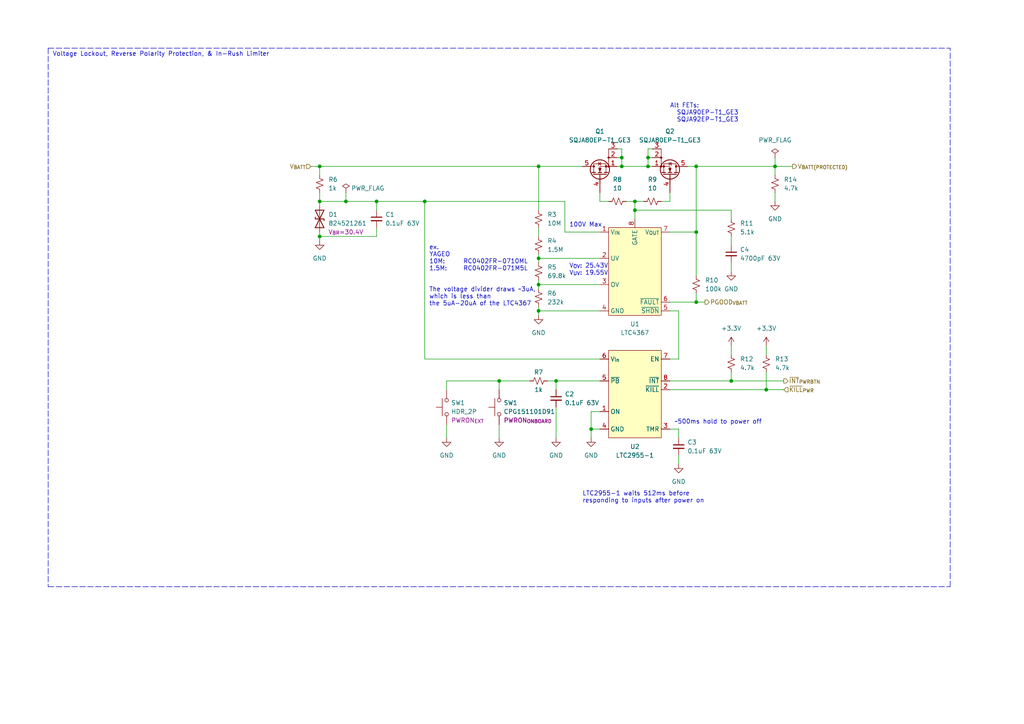
<source format=kicad_sch>
(kicad_sch (version 20230121) (generator eeschema)
  (paper "A4")
  (title_block (title "Control") (date "2023-02-21") (rev "1.0.0") (company "The A-Team (RC SSL)") (comment 1 "W. Stuckey & R. Osawa"))
  (lib_symbols
    (symbol "AT-PowerIC:LTC2955-1"
      (property "Reference" "U" (at 0 -13.97 0))
      (property "Value" "LTC2955-1" (at 0 13.97 0))
      (symbol "LTC2955-1_1_1"
        (rectangle (start -7.62 12.7) (end 7.62 -12.7) (fill (type background)))
        (pin input line (at -10.16 -5.08 0) (length 2.54) (name "ON") (number "1"))
        (pin input line (at 10.16 1.27 180) (length 2.54) (name "~{KILL}") (number "2"))
        (pin bidirectional line (at 10.16 -10.16 180) (length 2.54) (name "TMR") (number "3"))
        (pin power_in line (at -10.16 -10.16 0) (length 2.54) (name "GND") (number "4"))
        (pin input line (at -10.16 3.81 0) (length 2.54) (name "~{PB}") (number "5"))
        (pin power_in line (at -10.16 10.16 0) (length 2.54) (name "V_{in}") (number "6"))
        (pin power_out line (at 10.16 10.16 180) (length 2.54) (name "EN") (number "7"))
        (pin output line (at 10.16 3.81 180) (length 2.54) (name "~{INT}") (number "8"))
      )
    )
    (symbol "AT-PowerIC:LTC4367"
      (property "Reference" "U" (at 2.54 13.97 0))
      (property "Value" "LTC4367" (at 0 -15.24 0))
      (symbol "LTC4367_0_1"
        (rectangle (start -7.62 12.7) (end 7.62 -12.7) (stroke (width 0.1524)) (fill (type background)))
      )
      (symbol "LTC4367_1_1"
        (pin power_in line (at -10.16 11.43 0) (length 2.54) (name "V_{IN}") (number "1"))
        (pin input line (at -10.16 3.81 0) (length 2.54) (name "UV") (number "2"))
        (pin input line (at -10.16 -3.81 0) (length 2.54) (name "OV") (number "3"))
        (pin power_in line (at -10.16 -11.43 0) (length 2.54) (name "GND") (number "4"))
        (pin input line (at 10.16 -11.43 180) (length 2.54) (name "~{SHDN}") (number "5"))
        (pin open_collector line (at 10.16 -8.89 180) (length 2.54) (name "~{FAULT}") (number "6"))
        (pin input line (at 10.16 11.43 180) (length 2.54) (name "V_{OUT}") (number "7"))
        (pin output line (at 0 15.24 270) (length 2.54) (name "GATE") (number "8"))
      )
    )
    (symbol "AT-Transistors:Q_NMOS_SGD_PowerPAK" (pin_names (offset 0) hide)
      (property "Reference" "Q" (at 5.08 1.27 0))
      (property "Value" "Q_NMOS_SGD_PowerPAK" (at 5.08 -1.27 0))
      (symbol "Q_NMOS_SGD_PowerPAK_0_1"
        (polyline (pts (xy 0.254 0) (xy -2.54 0)))
        (polyline (pts (xy 0.254 1.905) (xy 0.254 -1.905)) (stroke (width 0.254)))
        (polyline (pts (xy 0.762 -1.27) (xy 0.762 -2.286)) (stroke (width 0.254)))
        (polyline (pts (xy 0.762 0.508) (xy 0.762 -0.508)) (stroke (width 0.254)))
        (polyline (pts (xy 0.762 2.286) (xy 0.762 1.27)) (stroke (width 0.254)))
        (polyline (pts (xy 2.54 2.54) (xy 2.54 1.778)))
        (polyline (pts (xy 7.62 -2.54) (xy 5.08 -2.54)) (stroke (width 0.1524)))
        (polyline (pts (xy 2.54 -2.54) (xy 2.54 0) (xy 0.762 0)))
        (polyline (pts (xy 5.08 -2.54) (xy 2.54 -2.54) (xy 3.81 -2.54)) (stroke (width 0.1524)))
        (polyline (pts (xy 0.762 -1.778) (xy 3.302 -1.778) (xy 3.302 1.778) (xy 0.762 1.778)))
        (polyline (pts (xy 1.016 0) (xy 2.032 0.381) (xy 2.032 -0.381) (xy 1.016 0)) (fill (type outline)))
        (polyline (pts (xy 2.794 0.508) (xy 2.921 0.381) (xy 3.683 0.381) (xy 3.81 0.254)))
        (polyline (pts (xy 3.302 0.381) (xy 2.921 -0.254) (xy 3.683 -0.254) (xy 3.302 0.381)))
        (circle (center 1.651 0) (radius 2.794) (stroke (width 0.254)))
        (circle (center 2.54 -2.54) (radius 0.254) (fill (type outline)))
        (circle (center 2.54 -1.778) (radius 0.254) (fill (type outline)))
        (circle (center 2.54 1.778) (radius 0.254) (fill (type outline)))
        (circle (center 5.08 -2.54) (radius 0.254) (fill (type outline)))
      )
      (symbol "Q_NMOS_SGD_PowerPAK_1_1"
        (pin passive line (at 2.54 -5.08 90) (length 2.54) (name "S") (number "1"))
        (pin passive line (at 5.08 -5.08 90) (length 2.54) (name "S") (number "2"))
        (pin passive line (at 7.62 -5.08 90) (length 2.54) (name "S") (number "3"))
        (pin input line (at -5.08 0 0) (length 5.08) (name "G") (number "4"))
        (pin passive line (at 2.54 5.08 270) (length 2.54) (name "D") (number "5"))
      )
    )
    (symbol "Device:C_Small" (pin_numbers hide) (pin_names (offset 0.254) hide)
      (property "Reference" "C" (at 0.254 1.778 0))
      (property "Value" "C_Small" (at 0.254 -2.032 0))
      (symbol "C_Small_0_1"
        (polyline (pts (xy -1.524 -0.508) (xy 1.524 -0.508)) (stroke (width 0.3302)))
        (polyline (pts (xy -1.524 0.508) (xy 1.524 0.508)) (stroke (width 0.3048)))
      )
      (symbol "C_Small_1_1"
        (pin passive line (at 0 2.54 270) (length 2.032) (name "~") (number "1"))
        (pin passive line (at 0 -2.54 90) (length 2.032) (name "~") (number "2"))
      )
    )
    (symbol "Device:D_TVS" (pin_numbers hide) (pin_names (offset 1.016) hide)
      (property "Reference" "D" (at 0 2.54 0))
      (property "Value" "D_TVS" (at 0 -2.54 0))
      (symbol "D_TVS_0_1"
        (polyline (pts (xy 1.27 0) (xy -1.27 0)))
        (polyline (pts (xy 0.508 1.27) (xy 0 1.27) (xy 0 -1.27) (xy -0.508 -1.27)) (stroke (width 0.254)))
        (polyline (pts (xy -2.54 1.27) (xy -2.54 -1.27) (xy 2.54 1.27) (xy 2.54 -1.27) (xy -2.54 1.27)) (stroke (width 0.254)))
      )
      (symbol "D_TVS_1_1"
        (pin passive line (at -3.81 0 0) (length 2.54) (name "A1") (number "1"))
        (pin passive line (at 3.81 0 180) (length 2.54) (name "A2") (number "2"))
      )
    )
    (symbol "Device:R_Small_US" (pin_numbers hide) (pin_names (offset 0.254) hide)
      (property "Reference" "R" (at 0.762 0.508 0))
      (property "Value" "R_Small_US" (at 0.762 -1.016 0))
      (symbol "R_Small_US_1_1"
        (polyline (pts (xy 0 0) (xy 1.016 -0.381) (xy 0 -0.762) (xy -1.016 -1.143) (xy 0 -1.524)))
        (polyline (pts (xy 0 1.524) (xy 1.016 1.143) (xy 0 0.762) (xy -1.016 0.381) (xy 0 0)))
        (pin passive line (at 0 2.54 270) (length 1.016) (name "~") (number "1"))
        (pin passive line (at 0 -2.54 90) (length 1.016) (name "~") (number "2"))
      )
    )
    (symbol "Switch:SW_Push" (pin_numbers hide) (pin_names (offset 1.016) hide)
      (property "Reference" "SW" (at 1.27 2.54 0))
      (property "Value" "SW_Push" (at 0 -1.524 0))
      (symbol "SW_Push_0_1"
        (circle (center -2.032 0) (radius 0.508))
        (polyline (pts (xy 0 1.27) (xy 0 3.048)))
        (polyline (pts (xy 2.54 1.27) (xy -2.54 1.27)))
        (circle (center 2.032 0) (radius 0.508))
        (pin passive line (at -5.08 0 0) (length 2.54) (name "1") (number "1"))
        (pin passive line (at 5.08 0 180) (length 2.54) (name "2") (number "2"))
      )
    )
    (symbol "power:+3.3V" (power) (pin_names (offset 0))
      (property "Value" "+3.3V" (at 0 3.556 0))
      (symbol "+3.3V_0_1"
        (polyline (pts (xy -0.762 1.27) (xy 0 2.54)))
        (polyline (pts (xy 0 0) (xy 0 2.54)))
        (polyline (pts (xy 0 2.54) (xy 0.762 1.27)))
      )
      (symbol "+3.3V_1_1"
        (pin power_in line (at 0 0 90) (length 0) hide (name "+3.3V") (number "1"))
      )
    )
    (symbol "power:GND" (power) (pin_names (offset 0))
      (property "Value" "GND" (at 0 -3.81 0))
      (symbol "GND_0_1"
        (polyline (pts (xy 0 0) (xy 0 -1.27) (xy 1.27 -1.27) (xy 0 -2.54) (xy -1.27 -1.27) (xy 0 -1.27)))
      )
      (symbol "GND_1_1"
        (pin power_in line (at 0 0 270) (length 0) hide (name "GND") (number "1"))
      )
    )
    (symbol "power:PWR_FLAG" (power) (pin_numbers hide) (pin_names (offset 0) hide)
      (property "Value" "PWR_FLAG" (at 0 3.81 0))
      (symbol "PWR_FLAG_0_0"
        (pin power_out line (at 0 0 90) (length 0) (name "pwr") (number "1"))
      )
      (symbol "PWR_FLAG_0_1"
        (polyline (pts (xy 0 0) (xy 0 1.27) (xy -1.016 1.905) (xy 0 2.54) (xy 1.016 1.905) (xy 0 1.27)))
      )
    )
  )
  (junction (at 201.93 87.63))
  (junction (at 180.34 48.26))
  (junction (at 123.19 58.42))
  (junction (at 212.09 110.49))
  (junction (at 92.71 68.58))
  (junction (at 100.33 58.42))
  (junction (at 184.15 60.96) (diameter 0.9144))
  (junction (at 187.96 45.72))
  (junction (at 224.79 48.26) (diameter 0.9144))
  (junction (at 109.22 58.42))
  (junction (at 201.93 48.26) (diameter 0.9144))
  (junction (at 92.71 48.26))
  (junction (at 180.34 45.72))
  (junction (at 184.15 58.42) (diameter 0.9144))
  (junction (at 156.21 82.55) (diameter 0.9144))
  (junction (at 187.96 48.26))
  (junction (at 161.29 110.49))
  (junction (at 171.45 124.46))
  (junction (at 156.21 48.26))
  (junction (at 222.25 113.03))
  (junction (at 92.71 58.42))
  (junction (at 156.21 74.93) (diameter 0.9144))
  (junction (at 144.78 110.49))
  (junction (at 156.21 90.17) (diameter 0.9144))
  (junction (at 201.93 67.31))
  (wire (pts (xy 224.79 45.72) (xy 224.79 48.26)))
  (wire (pts (xy 92.71 68.58) (xy 92.71 69.85)))
  (wire (pts (xy 109.22 58.42) (xy 123.19 58.42)))
  (wire (pts (xy 171.45 124.46) (xy 173.99 124.46)))
  (wire (pts (xy 156.21 73.66) (xy 156.21 74.93)))
  (wire (pts (xy 156.21 74.93) (xy 156.21 76.2)))
  (wire (pts (xy 212.09 68.58) (xy 212.09 71.12)))
  (wire (pts (xy 222.25 107.95) (xy 222.25 113.03)))
  (wire (pts (xy 196.85 132.08) (xy 196.85 134.62)))
  (wire (pts (xy 224.79 48.26) (xy 229.87 48.26)))
  (wire (pts (xy 179.07 45.72) (xy 180.34 45.72)))
  (wire (pts (xy 90.17 48.26) (xy 92.71 48.26)))
  (wire (pts (xy 201.93 85.09) (xy 201.93 87.63)))
  (wire (pts (xy 92.71 68.58) (xy 109.22 68.58)))
  (wire (pts (xy 184.15 60.96) (xy 184.15 63.5)))
  (wire (pts (xy 189.23 43.18) (xy 187.96 43.18)))
  (wire (pts (xy 180.34 45.72) (xy 180.34 48.26)))
  (wire (pts (xy 92.71 55.88) (xy 92.71 58.42)))
  (wire (pts (xy 156.21 48.26) (xy 168.91 48.26)))
  (wire (pts (xy 191.77 58.42) (xy 194.31 58.42)))
  (wire (pts (xy 194.31 58.42) (xy 194.31 55.88)))
  (wire (pts (xy 194.31 67.31) (xy 201.93 67.31)))
  (wire (pts (xy 201.93 67.31) (xy 201.93 48.26)))
  (wire (pts (xy 189.23 45.72) (xy 187.96 45.72)))
  (wire (pts (xy 92.71 58.42) (xy 100.33 58.42)))
  (wire (pts (xy 201.93 67.31) (xy 201.93 80.01)))
  (wire (pts (xy 129.54 123.19) (xy 129.54 127)))
  (wire (pts (xy 181.61 58.42) (xy 184.15 58.42)))
  (wire (pts (xy 184.15 58.42) (xy 186.69 58.42)))
  (wire (pts (xy 184.15 60.96) (xy 212.09 60.96)))
  (wire (pts (xy 212.09 60.96) (xy 212.09 63.5)))
  (wire (pts (xy 180.34 43.18) (xy 180.34 45.72)))
  (wire (pts (xy 163.83 67.31) (xy 163.83 58.42)))
  (wire (pts (xy 129.54 110.49) (xy 144.78 110.49)))
  (wire (pts (xy 156.21 90.17) (xy 156.21 88.9)))
  (wire (pts (xy 156.21 90.17) (xy 173.99 90.17)))
  (wire (pts (xy 194.31 87.63) (xy 201.93 87.63)))
  (wire (pts (xy 156.21 74.93) (xy 173.99 74.93)))
  (wire (pts (xy 194.31 110.49) (xy 212.09 110.49)))
  (wire (pts (xy 100.33 58.42) (xy 109.22 58.42)))
  (wire (pts (xy 144.78 110.49) (xy 153.67 110.49)))
  (wire (pts (xy 171.45 119.38) (xy 173.99 119.38)))
  (wire (pts (xy 212.09 107.95) (xy 212.09 110.49)))
  (wire (pts (xy 222.25 100.33) (xy 222.25 102.87)))
  (polyline (pts (xy 13.97 13.97) (xy 13.97 170.18)) (stroke (width 0) (type dash)))
  (polyline (pts (xy 13.97 13.97) (xy 275.59 13.97)) (stroke (width 0) (type dash)))
  (polyline (pts (xy 13.97 170.18) (xy 275.59 170.18)) (stroke (width 0) (type dash)))
  (polyline (pts (xy 275.59 170.18) (xy 275.59 13.97)) (stroke (width 0) (type dash)))
  (wire (pts (xy 123.19 104.14) (xy 173.99 104.14)))
  (wire (pts (xy 156.21 66.04) (xy 156.21 68.58)))
  (wire (pts (xy 179.07 48.26) (xy 180.34 48.26)))
  (wire (pts (xy 144.78 110.49) (xy 144.78 113.03)))
  (wire (pts (xy 224.79 48.26) (xy 224.79 50.8)))
  (wire (pts (xy 196.85 124.46) (xy 194.31 124.46)))
  (wire (pts (xy 156.21 90.17) (xy 156.21 91.44)))
  (wire (pts (xy 180.34 48.26) (xy 187.96 48.26)))
  (wire (pts (xy 100.33 55.88) (xy 100.33 58.42)))
  (wire (pts (xy 92.71 58.42) (xy 92.71 59.69)))
  (wire (pts (xy 123.19 58.42) (xy 163.83 58.42)))
  (wire (pts (xy 194.31 104.14) (xy 196.85 104.14)))
  (wire (pts (xy 129.54 110.49) (xy 129.54 113.03)))
  (wire (pts (xy 194.31 90.17) (xy 196.85 90.17)))
  (wire (pts (xy 227.33 113.03) (xy 222.25 113.03)))
  (wire (pts (xy 212.09 110.49) (xy 227.33 110.49)))
  (wire (pts (xy 161.29 118.11) (xy 161.29 127)))
  (wire (pts (xy 224.79 55.88) (xy 224.79 58.42)))
  (wire (pts (xy 92.71 48.26) (xy 156.21 48.26)))
  (wire (pts (xy 92.71 48.26) (xy 92.71 50.8)))
  (wire (pts (xy 161.29 110.49) (xy 161.29 113.03)))
  (wire (pts (xy 199.39 48.26) (xy 201.93 48.26)))
  (wire (pts (xy 196.85 127) (xy 196.85 124.46)))
  (wire (pts (xy 92.71 67.31) (xy 92.71 68.58)))
  (wire (pts (xy 171.45 127) (xy 171.45 124.46)))
  (wire (pts (xy 201.93 87.63) (xy 204.47 87.63)))
  (wire (pts (xy 171.45 124.46) (xy 171.45 119.38)))
  (wire (pts (xy 196.85 90.17) (xy 196.85 104.14)))
  (wire (pts (xy 187.96 43.18) (xy 187.96 45.72)))
  (wire (pts (xy 212.09 100.33) (xy 212.09 102.87)))
  (wire (pts (xy 194.31 113.03) (xy 222.25 113.03)))
  (wire (pts (xy 187.96 48.26) (xy 189.23 48.26)))
  (wire (pts (xy 201.93 48.26) (xy 224.79 48.26)))
  (wire (pts (xy 161.29 110.49) (xy 173.99 110.49)))
  (wire (pts (xy 144.78 123.19) (xy 144.78 127)))
  (wire (pts (xy 109.22 58.42) (xy 109.22 60.96)))
  (wire (pts (xy 109.22 66.04) (xy 109.22 68.58)))
  (wire (pts (xy 179.07 43.18) (xy 180.34 43.18)))
  (wire (pts (xy 187.96 45.72) (xy 187.96 48.26)))
  (wire (pts (xy 173.99 67.31) (xy 163.83 67.31)))
  (wire (pts (xy 123.19 104.14) (xy 123.19 58.42)))
  (wire (pts (xy 158.75 110.49) (xy 161.29 110.49)))
  (wire (pts (xy 184.15 58.42) (xy 184.15 60.96)))
  (wire (pts (xy 212.09 76.2) (xy 212.09 78.74)))
  (wire (pts (xy 156.21 82.55) (xy 173.99 82.55)))
  (wire (pts (xy 173.99 55.88) (xy 173.99 58.42)))
  (wire (pts (xy 173.99 58.42) (xy 176.53 58.42)))
  (wire (pts (xy 156.21 48.26) (xy 156.21 60.96)))
  (wire (pts (xy 156.21 81.28) (xy 156.21 82.55)))
  (wire (pts (xy 156.21 82.55) (xy 156.21 83.82)))
  (text "V_{OV}: 25.43V\nV_{UV}: 19.55V" (at 165.1 80.01 0) (effects (font (size 1.27 1.27)) (justify left bottom)))
  (text "The voltage divider draws ~3uA,\nwhich is less than\nthe 5uA-20uA of the LTC4367 " (at 124.46 88.9 0) (effects (font (size 1.27 1.27)) (justify left bottom)))
  (text "LTC2955-1 waits 512ms before\nresponding to inputs after power on" (at 168.91 146.05 0) (effects (font (size 1.27 1.27)) (justify left bottom)))
  (text "ex.\nYAGEO\n10M:	RC0402FR-0710ML\n1.5M:	RC0402FR-071M5L" (at 124.46 78.74 0) (effects (font (size 1.27 1.27)) (justify left bottom)))
  (text "~500ms hold to power off\n" (at 195.58 123.19 0) (effects (font (size 1.27 1.27)) (justify left bottom)))
  (text "100V Max" (at 165.1 66.04 0) (effects (font (size 1.27 1.27)) (justify left bottom)))
  (text "Voltage Lockout, Reverse Polarity Protection, & In-Rush Limiter" (at 15.24 16.51 0) (effects (font (size 1.27 1.27)) (justify left bottom)))
  (text "Alt FETs:\n  SQJA90EP-T1_GE3\n  SQJA92EP-T1_GE3 " (at 194.31 35.56 0) (effects (font (size 1.27 1.27)) (justify left bottom)))
  (hierarchical_label "V_{BATT(PROTECTED)}" (shape output) (at 229.87 48.26 0))
  (hierarchical_label "PGOOD_{VBATT}" (shape output) (at 204.47 87.63 0))
  (hierarchical_label "~{KILL}_{PWR}" (shape input) (at 227.33 113.03 0))
  (hierarchical_label "V_{BATT}" (shape input) (at 90.17 48.26 180))
  (hierarchical_label "~{INT}_{PWRBTN}" (shape output) (at 227.33 110.49 0))
  (symbol (lib_id "Device:R_Small_US") (at 156.21 63.5 0) (unit 1)
    (property "Reference" "R3" (at 158.75 62.2299 0) (effects (justify left)))
    (property "Value" "10M" (at 158.75 64.7699 0) (effects (justify left)))
    (property "Footprint" "Resistor_SMD:R_0402_1005Metric" (effects hide))
  )
  (symbol (lib_id "Device:R_Small_US") (at 222.25 105.41 0) (unit 1)
    (property "Reference" "R13" (at 224.79 104.1399 0) (effects (justify left)))
    (property "Value" "4.7k" (at 224.79 106.6799 0) (effects (justify left)))
    (property "Footprint" "Resistor_SMD:R_0402_1005Metric" (effects hide))
  )
  (symbol (lib_id "Device:R_Small_US") (at 212.09 105.41 0) (unit 1)
    (property "Reference" "R12" (at 214.63 104.1399 0) (effects (justify left)))
    (property "Value" "4.7k" (at 214.63 106.6799 0) (effects (justify left)))
    (property "Footprint" "Resistor_SMD:R_0402_1005Metric" (effects hide))
  )
  (symbol (lib_id "Device:C_Small") (at 196.85 129.54 0) (unit 1)
    (property "Reference" "C3" (at 199.39 128.2762 0) (effects (justify left)))
    (property "Value" "0.1uF 63V" (at 199.39 130.8162 0) (effects (justify left)))
    (property "Footprint" "Capacitor_SMD:C_0402_1005Metric" (effects hide))
  )
  (symbol (lib_id "power:+3.3V") (at 222.25 100.33 0) (unit 1)
    (property "Reference" "#PWR031" (effects hide))
    (property "Value" "+3.3V" (at 222.25 95.25 0))
    (instances (project "control" (path "" (reference "#PWR031") (unit 1)) (path "" (reference "#PWR019") (unit 1))))
  )
  (symbol (lib_id "power:PWR_FLAG") (at 100.33 55.88 0) (unit 1)
    (property "Reference" "#FLG01" (effects hide))
    (property "Value" "PWR_FLAG" (at 106.68 54.61 0))
    (instances (project "control" (path "" (reference "#FLG01") (unit 1)) (path "" (reference "#FLG04") (unit 1))))
  )
  (symbol (lib_id "Switch:SW_Push") (at 144.78 118.11 90) (unit 1)
    (property "Reference" "SW1" (at 146.05 116.84 90) (effects (justify right)))
    (property "Value" "CPG151101D91" (at 146.05 119.38 90) (effects (justify right)))
    (property "Footprint" "AT-Switches:SW_Kailh_PG1511" (effects hide))
    (property "Value2" "PWRON_{ONBOARD}" (at 146.05 121.92 90) (effects (justify right)))
    (instances (project "kicker" (path "" (reference "SW1") (unit 1))) (project "control" (path "" (reference "SW2") (unit 1))))
  )
  (symbol (lib_id "power:GND") (at 92.71 69.85 0) (unit 1)
    (property "Reference" "#PWR013" (effects hide))
    (property "Value" "GND" (at 92.71 74.93 0))
    (instances (project "kicker" (path "" (reference "#PWR013") (unit 1))) (project "control" (path "" (reference "#PWR010") (unit 1))))
  )
  (symbol (lib_id "Device:C_Small") (at 109.22 63.5 0) (unit 1)
    (property "Reference" "C1" (at 111.76 62.2362 0) (effects (justify left)))
    (property "Value" "0.1uF 63V" (at 111.76 64.7762 0) (effects (justify left)))
    (property "Footprint" "Capacitor_SMD:C_0402_1005Metric" (effects hide))
  )
  (symbol (lib_id "power:PWR_FLAG") (at 224.79 45.72 0) (unit 1)
    (property "Reference" "#FLG05" (effects hide))
    (property "Value" "PWR_FLAG" (at 224.79 40.64 0))
  )
  (symbol (lib_id "AT-Transistors:Q_NMOS_SGD_PowerPAK") (at 194.31 50.8 270) (mirror x) (unit 1)
    (property "Reference" "Q2" (at 194.31 38.1 90))
    (property "Value" "SQJA80EP-T1_GE3" (at 194.31 40.64 90))
    (property "Footprint" "AT-Discrete:PowerPAK_SO-8L_Single" (effects hide))
  )
  (symbol (lib_id "Device:R_Small_US") (at 156.21 71.12 0) (unit 1)
    (property "Reference" "R4" (at 158.75 69.8499 0) (effects (justify left)))
    (property "Value" "1.5M" (at 158.75 72.3899 0) (effects (justify left)))
    (property "Footprint" "Resistor_SMD:R_0402_1005Metric" (effects hide))
  )
  (symbol (lib_id "Device:R_Small_US") (at 201.93 82.55 0) (unit 1)
    (property "Reference" "R10" (at 204.47 81.2799 0) (effects (justify left)))
    (property "Value" "100k" (at 204.47 83.8199 0) (effects (justify left)))
    (property "Footprint" "Resistor_SMD:R_0402_1005Metric" (effects hide))
  )
  (symbol (lib_id "AT-Transistors:Q_NMOS_SGD_PowerPAK") (at 173.99 50.8 90) (unit 1)
    (property "Reference" "Q1" (at 173.99 38.1 90))
    (property "Value" "SQJA80EP-T1_GE3" (at 173.99 40.64 90))
    (property "Footprint" "AT-Discrete:PowerPAK_SO-8L_Single" (effects hide))
  )
  (symbol (lib_id "Device:R_Small_US") (at 92.71 53.34 180) (unit 1)
    (property "Reference" "R6" (at 95.25 52.0699 0) (effects (justify right)))
    (property "Value" "1k" (at 95.25 54.6099 0) (effects (justify right)))
    (property "Footprint" "Resistor_SMD:R_0402_1005Metric" (effects hide))
    (instances (project "kicker" (path "" (reference "R6") (unit 1))) (project "control" (path "" (reference "R2") (unit 1))))
  )
  (symbol (lib_id "Device:R_Small_US") (at 212.09 66.04 0) (unit 1)
    (property "Reference" "R11" (at 214.63 64.7699 0) (effects (justify left)))
    (property "Value" "5.1k" (at 214.63 67.3099 0) (effects (justify left)))
    (property "Footprint" "Resistor_SMD:R_0603_1608Metric" (effects hide))
  )
  (symbol (lib_id "power:GND") (at 212.09 78.74 0) (unit 1)
    (property "Reference" "#PWR017" (effects hide))
    (property "Value" "GND" (at 212.09 83.82 0))
  )
  (symbol (lib_id "power:GND") (at 171.45 127 0) (unit 1)
    (property "Reference" "#PWR017" (effects hide))
    (property "Value" "GND" (at 171.45 132.08 0))
    (instances (project "kicker" (path "" (reference "#PWR017") (unit 1))) (project "control" (path "" (reference "#PWR015") (unit 1))))
  )
  (symbol (lib_id "power:GND") (at 224.79 58.42 0) (unit 1)
    (property "Reference" "#PWR020" (effects hide))
    (property "Value" "GND" (at 224.79 63.5 0))
  )
  (symbol (lib_id "power:GND") (at 161.29 127 0) (unit 1)
    (property "Reference" "#PWR017" (effects hide))
    (property "Value" "GND" (at 161.29 132.08 0))
    (instances (project "kicker" (path "" (reference "#PWR017") (unit 1))) (project "control" (path "" (reference "#PWR014") (unit 1))))
  )
  (symbol (lib_id "power:+3.3V") (at 212.09 100.33 0) (unit 1)
    (property "Reference" "#PWR031" (effects hide))
    (property "Value" "+3.3V" (at 212.09 95.25 0))
    (instances (project "control" (path "" (reference "#PWR031") (unit 1)) (path "" (reference "#PWR018") (unit 1))))
  )
  (symbol (lib_id "Device:C_Small") (at 161.29 115.57 0) (unit 1)
    (property "Reference" "C2" (at 163.83 114.3062 0) (effects (justify left)))
    (property "Value" "0.1uF 63V" (at 163.83 116.8462 0) (effects (justify left)))
    (property "Footprint" "Capacitor_SMD:C_0402_1005Metric" (effects hide))
  )
  (symbol (lib_id "power:GND") (at 129.54 127 0) (unit 1)
    (property "Reference" "#PWR015" (effects hide))
    (property "Value" "GND" (at 129.54 132.08 0))
    (instances (project "kicker" (path "" (reference "#PWR015") (unit 1))) (project "control" (path "" (reference "#PWR011") (unit 1))))
  )
  (symbol (lib_id "Device:R_Small_US") (at 189.23 58.42 90) (unit 1)
    (property "Reference" "R9" (at 189.23 52.07 90))
    (property "Value" "10" (at 189.23 54.61 90))
    (property "Footprint" "Resistor_SMD:R_0402_1005Metric" (effects hide))
  )
  (symbol (lib_id "Device:C_Small") (at 212.09 73.66 0) (unit 1)
    (property "Reference" "C4" (at 214.63 72.3962 0) (effects (justify left)))
    (property "Value" "4700pF 63V" (at 214.63 74.9362 0) (effects (justify left)))
    (property "Footprint" "Capacitor_SMD:C_0603_1608Metric" (effects hide))
  )
  (symbol (lib_id "Device:R_Small_US") (at 224.79 53.34 0) (unit 1)
    (property "Reference" "R14" (at 227.33 52.0699 0) (effects (justify left)))
    (property "Value" "4.7k" (at 227.33 54.6099 0) (effects (justify left)))
    (property "Footprint" "Resistor_SMD:R_0402_1005Metric" (effects hide))
  )
  (symbol (lib_id "power:GND") (at 156.21 91.44 0) (unit 1)
    (property "Reference" "#PWR013" (effects hide))
    (property "Value" "GND" (at 156.21 96.52 0))
  )
  (symbol (lib_id "Device:D_TVS") (at 92.71 63.5 90) (unit 1)
    (property "Reference" "D1" (at 95.25 62.2299 90) (effects (justify right)))
    (property "Value" "824521261" (at 95.25 64.77 90) (effects (justify right)))
    (property "Footprint" "AT-Discrete:D_SMB_Non-Polar" (effects hide))
    (property "V_{BR}" "V_{BR}=30.4V" (at 100.33 67.31 90))
    (instances (project "kicker" (path "" (reference "D1") (unit 1))) (project "control" (path "" (reference "D2") (unit 1)) (path "" (reference "D2") (unit 1))))
  )
  (symbol (lib_id "Device:R_Small_US") (at 156.21 78.74 0) (unit 1)
    (property "Reference" "R5" (at 158.75 77.4699 0) (effects (justify left)))
    (property "Value" "69.8k" (at 158.75 80.0099 0) (effects (justify left)))
    (property "Footprint" "Resistor_SMD:R_0402_1005Metric" (effects hide))
  )
  (symbol (lib_id "Device:R_Small_US") (at 179.07 58.42 90) (unit 1)
    (property "Reference" "R8" (at 179.07 52.07 90))
    (property "Value" "10" (at 179.07 54.61 90))
    (property "Footprint" "Resistor_SMD:R_0402_1005Metric" (effects hide))
  )
  (symbol (lib_id "power:GND") (at 196.85 134.62 0) (unit 1)
    (property "Reference" "#PWR017" (effects hide))
    (property "Value" "GND" (at 196.85 139.7 0))
    (instances (project "kicker" (path "" (reference "#PWR017") (unit 1))) (project "control" (path "" (reference "#PWR016") (unit 1))))
  )
  (symbol (lib_id "AT-PowerIC:LTC4367") (at 184.15 78.74 0) (unit 1)
    (property "Reference" "U1" (at 184.15 93.98 0))
    (property "Value" "LTC4367" (at 184.15 96.52 0))
    (property "Footprint" "AT-IC:MS8" (effects hide))
  )
  (symbol (lib_id "Switch:SW_Push") (at 129.54 118.11 90) (unit 1)
    (property "Reference" "SW1" (at 130.81 116.84 90) (effects (justify right)))
    (property "Value" "HDR_2P" (at 130.81 119.38 90) (effects (justify right)))
    (property "Footprint" "Connector_PinSocket_2.54mm:PinSocket_1x02_P2.54mm_Vertical" (effects hide))
    (property "Value2" "PWRON_{EXT}" (at 130.81 121.92 90) (effects (justify right)))
  )
  (symbol (lib_id "Device:R_Small_US") (at 156.21 110.49 270) (unit 1)
    (property "Reference" "R7" (at 156.21 107.95 90))
    (property "Value" "1k" (at 156.21 113.03 90))
    (property "Footprint" "Resistor_SMD:R_0402_1005Metric" (effects hide))
  )
  (symbol (lib_id "power:GND") (at 144.78 127 0) (unit 1)
    (property "Reference" "#PWR015" (effects hide))
    (property "Value" "GND" (at 144.78 132.08 0))
    (instances (project "kicker" (path "" (reference "#PWR015") (unit 1))) (project "control" (path "" (reference "#PWR012") (unit 1))))
  )
  (symbol (lib_id "Device:R_Small_US") (at 156.21 86.36 180) (unit 1)
    (property "Reference" "R6" (at 158.75 85.0899 0) (effects (justify right)))
    (property "Value" "232k" (at 158.75 87.6299 0) (effects (justify right)))
    (property "Footprint" "Resistor_SMD:R_0402_1005Metric" (effects hide))
  )
  (symbol (lib_id "AT-PowerIC:LTC2955-1") (at 184.15 114.3 0) (unit 1)
    (property "Reference" "U2" (at 184.15 129.54 0))
    (property "Value" "LTC2955-1" (at 184.15 132.08 0))
    (property "Footprint" "AT-IC:LTC2955-TS8" (effects hide))
    (property "Datasheet" "https://www.analog.com/media/en/technical-documentation/data-sheets/2955fa.pdf" (effects hide))
    (instances (project "kicker" (path "" (reference "U2") (unit 1))) (project "control" (path "" (reference "U12") (unit 1)) (path "" (reference "U2") (unit 1))))
  )
)
</source>
